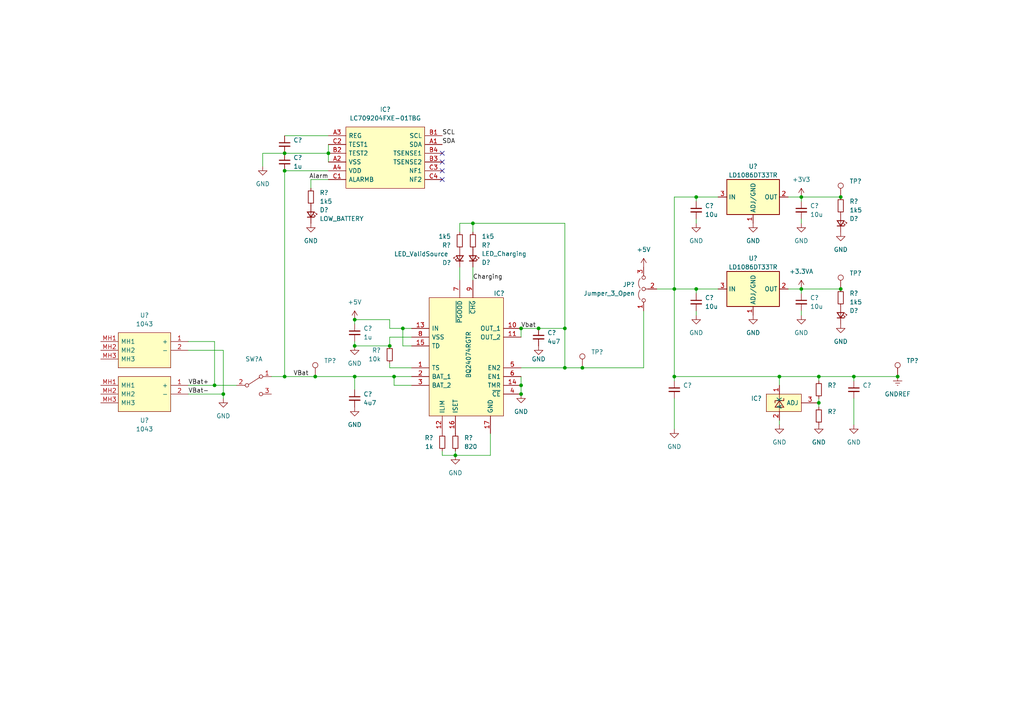
<source format=kicad_sch>
(kicad_sch (version 20211123) (generator eeschema)
  (paper "A4")
  (lib_symbols
    (symbol "Connector:TestPoint" (pin_numbers hide) (pin_names (offset 0.762) hide)
      (property "Reference" "TP" (at 0 6.858 0))
      (property "Value" "TestPoint" (at 0 5.08 0))
      (symbol "TestPoint_0_1"
        (circle (center 0 3.302) (radius 0.762))
      )
      (symbol "TestPoint_1_1"
        (pin passive line (at 0 0 90) (length 2.54) (name "1") (number "1"))
      )
    )
    (symbol "Device:C_Small" (pin_numbers hide) (pin_names (offset 0.254) hide)
      (property "Reference" "C" (at 0.254 1.778 0))
      (property "Value" "C_Small" (at 0.254 -2.032 0))
      (symbol "C_Small_0_1"
        (polyline (pts (xy -1.524 -0.508) (xy 1.524 -0.508)) (stroke (width 0.3302)))
        (polyline (pts (xy -1.524 0.508) (xy 1.524 0.508)) (stroke (width 0.3048)))
      )
      (symbol "C_Small_1_1"
        (pin passive line (at 0 2.54 270) (length 2.032) (name "~") (number "1"))
        (pin passive line (at 0 -2.54 90) (length 2.032) (name "~") (number "2"))
      )
    )
    (symbol "Device:LED_Small" (pin_numbers hide) (pin_names (offset 0.254) hide)
      (property "Reference" "D" (at -1.27 3.175 0))
      (property "Value" "LED_Small" (at -4.445 -2.54 0))
      (symbol "LED_Small_0_1"
        (polyline (pts (xy -0.762 -1.016) (xy -0.762 1.016)) (stroke (width 0.254)))
        (polyline (pts (xy 1.016 0) (xy -0.762 0)))
        (polyline (pts (xy 0.762 -1.016) (xy -0.762 0) (xy 0.762 1.016) (xy 0.762 -1.016)) (stroke (width 0.254)))
        (polyline (pts (xy 0 0.762) (xy -0.508 1.27) (xy -0.254 1.27) (xy -0.508 1.27) (xy -0.508 1.016)))
        (polyline (pts (xy 0.508 1.27) (xy 0 1.778) (xy 0.254 1.778) (xy 0 1.778) (xy 0 1.524)))
      )
      (symbol "LED_Small_1_1"
        (pin passive line (at -2.54 0 0) (length 1.778) (name "K") (number "1"))
        (pin passive line (at 2.54 0 180) (length 1.778) (name "A") (number "2"))
      )
    )
    (symbol "Device:R_Small" (pin_numbers hide) (pin_names (offset 0.254) hide)
      (property "Reference" "R" (at 0.762 0.508 0))
      (property "Value" "R_Small" (at 0.762 -1.016 0))
      (symbol "R_Small_0_1"
        (rectangle (start -0.762 1.778) (end 0.762 -1.778) (stroke (width 0.2032)))
      )
      (symbol "R_Small_1_1"
        (pin passive line (at 0 2.54 270) (length 0.762) (name "~") (number "1"))
        (pin passive line (at 0 -2.54 90) (length 0.762) (name "~") (number "2"))
      )
    )
    (symbol "Jumper:Jumper_3_Open" (pin_names (offset 0) hide)
      (property "Reference" "JP" (at -2.54 -2.54 0))
      (property "Value" "Jumper_3_Open" (at 0 2.794 0))
      (symbol "Jumper_3_Open_0_0"
        (circle (center -3.302 0) (radius 0.508))
        (circle (center 0 0) (radius 0.508))
        (circle (center 3.302 0) (radius 0.508))
      )
      (symbol "Jumper_3_Open_0_1"
        (arc (start -0.254 1.016) (mid -1.651 1.4992) (end -3.048 1.016))
        (polyline (pts (xy 0 -0.508) (xy 0 -1.27)))
        (arc (start 3.048 1.016) (mid 1.651 1.4992) (end 0.254 1.016))
      )
      (symbol "Jumper_3_Open_1_1"
        (pin passive line (at -6.35 0 0) (length 2.54) (name "A") (number "1"))
        (pin passive line (at 0 -3.81 90) (length 2.54) (name "C") (number "2"))
        (pin passive line (at 6.35 0 180) (length 2.54) (name "B") (number "3"))
      )
    )
    (symbol "Regulator_Linear:LD1086DT33TR"
      (property "Reference" "U" (at 0 10.16 0))
      (property "Value" "LD1086DT33TR" (at 0 7.62 0))
      (symbol "LD1086DT33TR_1_1"
        (rectangle (start -7.62 -5.08) (end 7.62 5.08) (stroke (width 0.254)) (fill (type background)))
        (pin input line (at 0 -7.62 90) (length 2.54) (name "ADJ/GND") (number "1"))
        (pin power_out line (at 10.16 0 180) (length 2.54) (name "OUT") (number "2"))
        (pin power_in line (at -10.16 0 0) (length 2.54) (name "IN") (number "3"))
      )
    )
    (symbol "Switch:SW_DPDT_x2" (pin_names (offset 0) hide)
      (property "Reference" "SW" (at 0 4.318 0))
      (property "Value" "SW_DPDT_x2" (at 0 -5.08 0))
      (symbol "SW_DPDT_x2_0_0"
        (circle (center -2.032 0) (radius 0.508))
        (circle (center 2.032 -2.54) (radius 0.508))
      )
      (symbol "SW_DPDT_x2_0_1"
        (polyline (pts (xy -1.524 0.254) (xy 1.651 2.286)))
        (circle (center 2.032 2.54) (radius 0.508))
      )
      (symbol "SW_DPDT_x2_1_1"
        (pin passive line (at 5.08 2.54 180) (length 2.54) (name "A") (number "1"))
        (pin passive line (at -5.08 0 0) (length 2.54) (name "B") (number "2"))
        (pin passive line (at 5.08 -2.54 180) (length 2.54) (name "C") (number "3"))
      )
      (symbol "SW_DPDT_x2_2_1"
        (pin passive line (at 5.08 2.54 180) (length 2.54) (name "A") (number "4"))
        (pin passive line (at -5.08 0 0) (length 2.54) (name "B") (number "5"))
        (pin passive line (at 5.08 -2.54 180) (length 2.54) (name "C") (number "6"))
      )
    )
    (symbol "power:+3.3V" (power) (pin_names (offset 0))
      (property "Value" "+3.3V" (at 0 3.556 0))
      (symbol "+3.3V_0_1"
        (polyline (pts (xy -0.762 1.27) (xy 0 2.54)))
        (polyline (pts (xy 0 0) (xy 0 2.54)))
        (polyline (pts (xy 0 2.54) (xy 0.762 1.27)))
      )
      (symbol "+3.3V_1_1"
        (pin power_in line (at 0 0 90) (length 0) hide (name "+3V3") (number "1"))
      )
    )
    (symbol "power:+3.3VA" (power) (pin_names (offset 0))
      (property "Value" "+3.3VA" (at 0 3.556 0))
      (symbol "+3.3VA_0_1"
        (polyline (pts (xy -0.762 1.27) (xy 0 2.54)))
        (polyline (pts (xy 0 0) (xy 0 2.54)))
        (polyline (pts (xy 0 2.54) (xy 0.762 1.27)))
      )
      (symbol "+3.3VA_1_1"
        (pin power_in line (at 0 0 90) (length 0) hide (name "+3.3VA") (number "1"))
      )
    )
    (symbol "power:+5V" (power) (pin_names (offset 0))
      (property "Value" "+5V" (at 0 3.556 0))
      (symbol "+5V_0_1"
        (polyline (pts (xy -0.762 1.27) (xy 0 2.54)))
        (polyline (pts (xy 0 0) (xy 0 2.54)))
        (polyline (pts (xy 0 2.54) (xy 0.762 1.27)))
      )
      (symbol "+5V_1_1"
        (pin power_in line (at 0 0 90) (length 0) hide (name "+5V") (number "1"))
      )
    )
    (symbol "power:GND" (power) (pin_names (offset 0))
      (property "Value" "GND" (at 0 -3.81 0))
      (symbol "GND_0_1"
        (polyline (pts (xy 0 0) (xy 0 -1.27) (xy 1.27 -1.27) (xy 0 -2.54) (xy -1.27 -1.27) (xy 0 -1.27)))
      )
      (symbol "GND_1_1"
        (pin power_in line (at 0 0 270) (length 0) hide (name "GND") (number "1"))
      )
    )
    (symbol "power:GNDREF" (power) (pin_names (offset 0))
      (property "Value" "GNDREF" (at 0 -3.81 0))
      (symbol "GNDREF_0_1"
        (polyline (pts (xy -0.635 -1.905) (xy 0.635 -1.905)))
        (polyline (pts (xy -0.127 -2.54) (xy 0.127 -2.54)))
        (polyline (pts (xy 0 -1.27) (xy 0 0)))
        (polyline (pts (xy 1.27 -1.27) (xy -1.27 -1.27)))
      )
      (symbol "GNDREF_1_1"
        (pin power_in line (at 0 0 270) (length 0) hide (name "GNDREF") (number "1"))
      )
    )
    (symbol "project_library:1043" (pin_names (offset 0.762))
      (property "Reference" "U" (at 21.59 7.62 0))
      (property "Value" "1043" (at 21.59 5.08 0))
      (symbol "1043_0_0"
        (pin passive line (at 0 0 0) (length 5.08) (name "+") (number "1"))
        (pin passive line (at 0 -2.54 0) (length 5.08) (name "-") (number "2"))
        (pin free line (at 25.4 0 180) (length 5.08) (name "MH1") (number "MH1"))
        (pin free line (at 25.4 -2.54 180) (length 5.08) (name "MH2") (number "MH2"))
        (pin free line (at 25.4 -5.08 180) (length 5.08) (name "MH3") (number "MH3"))
      )
      (symbol "1043_0_1"
        (polyline (pts (xy 5.08 2.54) (xy 20.32 2.54) (xy 20.32 -7.62) (xy 5.08 -7.62) (xy 5.08 2.54)) (stroke (width 0.1524)) (fill (type background)))
      )
    )
    (symbol "project_library:BQ24074RGTR" (pin_names (offset 0.762))
      (property "Reference" "IC1" (at 24.13 11.43 0))
      (property "Value" "BQ24074RGTR" (at 15.24 -6.35 90))
      (symbol "BQ24074RGTR_0_0"
        (pin passive line (at -1.27 -10.16 0) (length 5.08) (name "TS") (number "1"))
        (pin passive line (at 30.48 1.27 180) (length 5.08) (name "OUT_1") (number "10"))
        (pin passive line (at 30.48 -1.27 180) (length 5.08) (name "OUT_2") (number "11"))
        (pin passive line (at 7.62 -29.21 90) (length 5.08) (name "ILIM") (number "12"))
        (pin passive line (at -1.27 1.27 0) (length 5.08) (name "IN") (number "13"))
        (pin passive line (at 30.48 -15.24 180) (length 5.08) (name "TMR") (number "14"))
        (pin passive line (at -1.27 -3.81 0) (length 5.08) (name "TD") (number "15"))
        (pin passive line (at 11.43 -29.21 90) (length 5.08) (name "ISET") (number "16"))
        (pin passive line (at 21.59 -29.21 90) (length 5.08) (name "GND") (number "17"))
        (pin passive line (at -1.27 -12.7 0) (length 5.08) (name "BAT_1") (number "2"))
        (pin passive line (at -1.27 -15.24 0) (length 5.08) (name "BAT_2") (number "3"))
        (pin passive line (at 30.48 -17.78 180) (length 5.08) (name "~{CE}") (number "4"))
        (pin passive line (at 30.48 -10.16 180) (length 5.08) (name "EN2") (number "5"))
        (pin passive line (at 30.48 -12.7 180) (length 5.08) (name "EN1") (number "6"))
        (pin passive line (at 12.7 15.24 270) (length 5.08) (name "~{PGOOD}") (number "7"))
        (pin passive line (at -1.27 -1.27 0) (length 5.08) (name "VSS") (number "8"))
        (pin passive line (at 16.51 15.24 270) (length 5.08) (name "~{CHG}") (number "9"))
      )
      (symbol "BQ24074RGTR_0_1"
        (polyline (pts (xy 3.81 10.16) (xy 25.4 10.16) (xy 25.4 -24.13) (xy 3.81 -24.13) (xy 3.81 10.16)) (stroke (width 0.1524)) (fill (type background)))
      )
    )
    (symbol "project_library:LC709204FXE-01TBG" (pin_names (offset 0.762))
      (property "Reference" "IC?" (at 16.51 7.62 0))
      (property "Value" "LC709204FXE-01TBG" (at 16.51 5.08 0))
      (symbol "LC709204FXE-01TBG_0_0"
        (pin passive line (at 33.02 -2.54 180) (length 5.08) (name "SDA") (number "A1"))
        (pin passive line (at 0 -7.62 0) (length 5.08) (name "VSS") (number "A2"))
        (pin passive line (at 0 0 0) (length 5.08) (name "REG") (number "A3"))
        (pin passive line (at 0 -10.16 0) (length 5.08) (name "VDD") (number "A4"))
        (pin passive line (at 33.02 0 180) (length 5.08) (name "SCL") (number "B1"))
        (pin passive line (at 0 -5.08 0) (length 5.08) (name "TEST2") (number "B2"))
        (pin passive line (at 33.02 -7.62 180) (length 5.08) (name "TSENSE2") (number "B3"))
        (pin passive line (at 33.02 -5.08 180) (length 5.08) (name "TSENSE1") (number "B4"))
        (pin passive line (at 0 -12.7 0) (length 5.08) (name "ALARMB") (number "C1"))
        (pin passive line (at 0 -2.54 0) (length 5.08) (name "TEST1") (number "C2"))
        (pin passive line (at 33.02 -10.16 180) (length 5.08) (name "NF1") (number "C3"))
        (pin passive line (at 33.02 -12.7 180) (length 5.08) (name "NF2") (number "C4"))
      )
      (symbol "LC709204FXE-01TBG_0_1"
        (polyline (pts (xy 5.08 2.54) (xy 27.94 2.54) (xy 27.94 -15.24) (xy 5.08 -15.24) (xy 5.08 2.54)) (stroke (width 0.1524)) (fill (type background)))
      )
    )
    (symbol "project_library:LM4041CEM3-ADJ_NOPB" (pin_names (offset 0.762))
      (property "Reference" "IC" (at 26.67 7.62 0))
      (property "Value" "LM4041CEM3-ADJ_NOPB" (at 26.67 5.08 0))
      (symbol "LM4041CEM3-ADJ_NOPB_0_0"
        (pin passive line (at 22.86 0 180) (length 5.08) (name "ADJ") (number "3"))
      )
      (symbol "LM4041CEM3-ADJ_NOPB_0_1"
        (polyline (pts (xy 11.43 -2.54) (xy 11.43 1.27) (xy 11.43 2.54)))
        (polyline (pts (xy 12.7 -1.27) (xy 11.43 0.635) (xy 10.16 -1.27) (xy 12.7 -1.27)) (stroke (width 0.2032)))
        (polyline (pts (xy 12.7 1.27) (xy 12.7 0.635) (xy 10.16 0.635) (xy 10.16 0)) (stroke (width 0.2032)))
        (polyline (pts (xy 7.62 2.54) (xy 17.78 2.54) (xy 17.78 -2.54) (xy 7.62 -2.54) (xy 7.62 2.54)) (stroke (width 0.1524)) (fill (type background)))
      )
      (symbol "LM4041CEM3-ADJ_NOPB_1_1"
        (pin passive line (at 11.43 5.08 270) (length 2.54) (name "K") (number "1"))
        (pin passive line (at 11.43 -5.08 90) (length 2.54) (name "A") (number "2"))
      )
    )
  )
  (junction (at 243.84 57.15))
  (junction (at 247.65 109.22))
  (junction (at 95.25 44.45))
  (junction (at 91.44 109.22))
  (junction (at 64.77 114.3))
  (junction (at 82.55 44.45))
  (junction (at 114.3 109.22))
  (junction (at 151.13 111.76))
  (junction (at 163.83 106.68))
  (junction (at 237.49 116.84))
  (junction (at 137.16 64.77))
  (junction (at 163.83 95.25))
  (junction (at 168.91 106.68))
  (junction (at 102.87 92.71))
  (junction (at 232.41 83.82))
  (junction (at 226.06 109.22))
  (junction (at 243.84 83.82))
  (junction (at 195.58 83.82))
  (junction (at 151.13 114.3))
  (junction (at 102.87 100.33))
  (junction (at 237.49 109.22))
  (junction (at 82.55 49.53))
  (junction (at 102.87 109.22))
  (junction (at 113.03 100.33))
  (junction (at 62.23 111.76))
  (junction (at 156.21 95.25))
  (junction (at 132.08 132.08))
  (junction (at 151.13 95.25))
  (junction (at 232.41 57.15))
  (junction (at 195.58 109.22))
  (junction (at 260.35 109.22))
  (junction (at 201.93 57.15))
  (junction (at 116.84 95.25))
  (junction (at 82.55 109.22))
  (junction (at 201.93 83.82))
  (no_connect (at 128.27 52.07))
  (no_connect (at 128.27 49.53))
  (no_connect (at 128.27 44.45))
  (no_connect (at 128.27 46.99))
  (wire (pts (xy 142.24 132.08) (xy 142.24 125.73)))
  (wire (pts (xy 232.41 83.82) (xy 232.41 85.09)))
  (wire (pts (xy 247.65 109.22) (xy 247.65 110.49)))
  (wire (pts (xy 113.03 92.71) (xy 102.87 92.71)))
  (wire (pts (xy 113.03 105.41) (xy 113.03 106.68)))
  (wire (pts (xy 195.58 83.82) (xy 201.93 83.82)))
  (wire (pts (xy 133.35 77.47) (xy 133.35 81.28)))
  (wire (pts (xy 133.35 64.77) (xy 137.16 64.77)))
  (wire (pts (xy 91.44 109.22) (xy 102.87 109.22)))
  (wire (pts (xy 163.83 95.25) (xy 163.83 106.68)))
  (wire (pts (xy 226.06 109.22) (xy 237.49 109.22)))
  (wire (pts (xy 114.3 111.76) (xy 119.38 111.76)))
  (wire (pts (xy 116.84 95.25) (xy 119.38 95.25)))
  (wire (pts (xy 151.13 109.22) (xy 151.13 111.76)))
  (wire (pts (xy 201.93 64.77) (xy 201.93 63.5)))
  (wire (pts (xy 102.87 109.22) (xy 114.3 109.22)))
  (wire (pts (xy 82.55 49.53) (xy 82.55 109.22)))
  (wire (pts (xy 168.91 106.68) (xy 186.69 106.68)))
  (wire (pts (xy 186.69 106.68) (xy 186.69 90.17)))
  (wire (pts (xy 232.41 91.44) (xy 232.41 90.17)))
  (wire (pts (xy 90.17 52.07) (xy 90.17 54.61)))
  (wire (pts (xy 78.74 109.22) (xy 82.55 109.22)))
  (wire (pts (xy 95.25 44.45) (xy 95.25 46.99)))
  (wire (pts (xy 128.27 132.08) (xy 132.08 132.08)))
  (wire (pts (xy 119.38 100.33) (xy 116.84 100.33)))
  (wire (pts (xy 113.03 100.33) (xy 113.03 97.79)))
  (wire (pts (xy 62.23 99.06) (xy 62.23 111.76)))
  (wire (pts (xy 247.65 123.19) (xy 247.65 115.57)))
  (wire (pts (xy 102.87 92.71) (xy 102.87 93.98)))
  (wire (pts (xy 163.83 106.68) (xy 168.91 106.68)))
  (wire (pts (xy 201.93 83.82) (xy 201.93 85.09)))
  (wire (pts (xy 137.16 64.77) (xy 137.16 67.31)))
  (wire (pts (xy 226.06 121.92) (xy 226.06 123.19)))
  (wire (pts (xy 82.55 39.37) (xy 95.25 39.37)))
  (wire (pts (xy 82.55 109.22) (xy 91.44 109.22)))
  (wire (pts (xy 62.23 99.06) (xy 54.61 99.06)))
  (wire (pts (xy 76.2 44.45) (xy 76.2 48.26)))
  (wire (pts (xy 114.3 109.22) (xy 114.3 111.76)))
  (wire (pts (xy 195.58 109.22) (xy 195.58 110.49)))
  (wire (pts (xy 137.16 64.77) (xy 163.83 64.77)))
  (wire (pts (xy 195.58 124.46) (xy 195.58 115.57)))
  (wire (pts (xy 76.2 44.45) (xy 82.55 44.45)))
  (wire (pts (xy 195.58 57.15) (xy 195.58 83.82)))
  (wire (pts (xy 64.77 101.6) (xy 64.77 114.3)))
  (wire (pts (xy 137.16 77.47) (xy 137.16 81.28)))
  (wire (pts (xy 226.06 109.22) (xy 226.06 111.76)))
  (wire (pts (xy 232.41 57.15) (xy 243.84 57.15)))
  (wire (pts (xy 232.41 83.82) (xy 243.84 83.82)))
  (wire (pts (xy 237.49 110.49) (xy 237.49 109.22)))
  (wire (pts (xy 237.49 115.57) (xy 237.49 116.84)))
  (wire (pts (xy 228.6 57.15) (xy 232.41 57.15)))
  (wire (pts (xy 228.6 83.82) (xy 232.41 83.82)))
  (wire (pts (xy 237.49 109.22) (xy 247.65 109.22)))
  (wire (pts (xy 64.77 114.3) (xy 64.77 115.57)))
  (wire (pts (xy 116.84 95.25) (xy 116.84 100.33)))
  (wire (pts (xy 114.3 109.22) (xy 119.38 109.22)))
  (wire (pts (xy 163.83 106.68) (xy 151.13 106.68)))
  (wire (pts (xy 237.49 116.84) (xy 237.49 118.11)))
  (wire (pts (xy 151.13 95.25) (xy 156.21 95.25)))
  (wire (pts (xy 54.61 101.6) (xy 64.77 101.6)))
  (wire (pts (xy 95.25 41.91) (xy 95.25 44.45)))
  (wire (pts (xy 62.23 111.76) (xy 54.61 111.76)))
  (wire (pts (xy 95.25 52.07) (xy 90.17 52.07)))
  (wire (pts (xy 190.5 83.82) (xy 195.58 83.82)))
  (wire (pts (xy 232.41 64.77) (xy 232.41 63.5)))
  (wire (pts (xy 132.08 130.81) (xy 132.08 132.08)))
  (wire (pts (xy 208.28 57.15) (xy 201.93 57.15)))
  (wire (pts (xy 156.21 95.25) (xy 163.83 95.25)))
  (wire (pts (xy 260.35 109.22) (xy 247.65 109.22)))
  (wire (pts (xy 163.83 64.77) (xy 163.83 95.25)))
  (wire (pts (xy 132.08 132.08) (xy 142.24 132.08)))
  (wire (pts (xy 82.55 49.53) (xy 95.25 49.53)))
  (wire (pts (xy 128.27 130.81) (xy 128.27 132.08)))
  (wire (pts (xy 82.55 44.45) (xy 95.25 44.45)))
  (wire (pts (xy 54.61 114.3) (xy 64.77 114.3)))
  (wire (pts (xy 133.35 64.77) (xy 133.35 67.31)))
  (wire (pts (xy 195.58 83.82) (xy 195.58 109.22)))
  (wire (pts (xy 232.41 57.15) (xy 232.41 58.42)))
  (wire (pts (xy 113.03 97.79) (xy 119.38 97.79)))
  (wire (pts (xy 201.93 57.15) (xy 195.58 57.15)))
  (wire (pts (xy 201.93 91.44) (xy 201.93 90.17)))
  (wire (pts (xy 102.87 99.06) (xy 102.87 100.33)))
  (wire (pts (xy 151.13 111.76) (xy 151.13 114.3)))
  (wire (pts (xy 201.93 57.15) (xy 201.93 58.42)))
  (wire (pts (xy 226.06 109.22) (xy 195.58 109.22)))
  (wire (pts (xy 62.23 111.76) (xy 68.58 111.76)))
  (wire (pts (xy 102.87 100.33) (xy 113.03 100.33)))
  (wire (pts (xy 151.13 95.25) (xy 151.13 97.79)))
  (wire (pts (xy 119.38 106.68) (xy 113.03 106.68)))
  (wire (pts (xy 102.87 109.22) (xy 102.87 113.03)))
  (wire (pts (xy 208.28 83.82) (xy 201.93 83.82)))
  (wire (pts (xy 113.03 95.25) (xy 116.84 95.25)))
  (wire (pts (xy 113.03 95.25) (xy 113.03 92.71)))
  (label "SCL" (at 128.27 39.37 0))
  (label "Vbat" (at 151.13 95.25 0))
  (label "SDA" (at 128.27 41.91 0))
  (label "VBat-" (at 54.61 114.3 0))
  (label "VBat+" (at 54.61 111.76 0))
  (label "VBat" (at 85.09 109.22 0))
  (label "Alarm" (at 95.25 52.07 180))
  (label "Charging" (at 137.16 81.28 0))
  (symbol (lib_id "power:GND") (at 226.06 123.19 0) (unit 1)
    (property "Reference" "#PWR?" (effects hide))
    (property "Value" "GND" (at 226.06 128.27 0))
  )
  (symbol (lib_id "power:GND") (at 156.21 100.33 0) (unit 1)
    (property "Reference" "#PWR?" (effects hide))
    (property "Value" "GND" (at 156.21 104.14 0))
  )
  (symbol (lib_id "project_library:LM4041CEM3-ADJ_NOPB") (at 214.63 116.84 0) (unit 1)
    (property "Reference" "IC?" (at 220.98 115.5699 0) (effects (justify right)))
    (property "Datasheet" "http://www.ti.com/lit/gpn/lm4041-n" (effects hide))
    (property "Description" "Texas Instruments LM4041CEM3-ADJ/NOPB, Shunt Voltage Reference 1.233V, 0.5%, 3-Pin SOT-23" (effects hide))
    (property "Height" "1.12" (effects hide))
    (property "Mouser Part Number" "926-LM4041CEM3ADJNPB" (effects hide))
    (property "Mouser Price/Stock" "https://www.mouser.co.uk/ProductDetail/Texas-Instruments/LM4041CEM3-ADJ-NOPB?qs=QbsRYf82W3Gxzu6%2FQ5A9VQ%3D%3D" (effects hide))
    (property "Manufacturer_Name" "Texas Instruments" (effects hide))
    (property "Manufacturer_Part_Number" "LM4041CEM3-ADJ/NOPB" (effects hide))
  )
  (symbol (lib_id "power:GND") (at 243.84 67.31 0) (unit 1)
    (property "Reference" "#PWR?" (effects hide))
    (property "Value" "GND" (at 243.84 72.39 0))
  )
  (symbol (lib_id "power:GND") (at 237.49 123.19 0) (unit 1)
    (property "Reference" "#PWR?" (effects hide))
    (property "Value" "GND" (at 237.49 128.27 0))
  )
  (symbol (lib_id "Device:C_Small") (at 156.21 97.79 0) (unit 1)
    (property "Reference" "C?" (at 158.75 96.5262 0) (effects (justify left)))
    (property "Value" "4u7" (at 158.75 99.0662 0) (effects (justify left)))
    (property "Footprint" "Capacitor_SMD:C_0805_2012Metric_Pad1.18x1.45mm_HandSolder" (effects hide))
  )
  (symbol (lib_id "Device:R_Small") (at 243.84 59.69 0) (mirror x) (unit 1)
    (property "Reference" "R?" (at 246.38 58.42 0) (effects (justify left)))
    (property "Value" "1k5" (at 246.38 60.96 0) (effects (justify left)))
    (property "Footprint" "Resistor_SMD:R_0805_2012Metric_Pad1.20x1.40mm_HandSolder" (effects hide))
  )
  (symbol (lib_id "Device:C_Small") (at 201.93 60.96 0) (unit 1)
    (property "Reference" "C?" (at 204.47 59.6962 0) (effects (justify left)))
    (property "Value" "10u" (at 204.47 62.2362 0) (effects (justify left)))
    (property "Footprint" "Capacitor_SMD:C_0805_2012Metric_Pad1.18x1.45mm_HandSolder" (effects hide))
  )
  (symbol (lib_id "Device:R_Small") (at 132.08 128.27 0) (unit 1)
    (property "Reference" "R?" (at 134.62 127 0) (effects (justify left)))
    (property "Value" "820" (at 134.62 129.54 0) (effects (justify left)))
    (property "Footprint" "Resistor_SMD:R_0805_2012Metric_Pad1.20x1.40mm_HandSolder" (effects hide))
  )
  (symbol (lib_id "power:GND") (at 232.41 64.77 0) (unit 1)
    (property "Reference" "#PWR?" (effects hide))
    (property "Value" "GND" (at 232.41 69.85 0))
  )
  (symbol (lib_id "Device:C_Small") (at 232.41 87.63 0) (unit 1)
    (property "Reference" "C?" (at 234.95 86.3662 0) (effects (justify left)))
    (property "Value" "10u" (at 234.95 88.9062 0) (effects (justify left)))
    (property "Footprint" "Capacitor_SMD:C_0805_2012Metric_Pad1.18x1.45mm_HandSolder" (effects hide))
  )
  (symbol (lib_id "power:GNDREF") (at 260.35 109.22 0) (unit 1)
    (property "Reference" "#PWR?" (effects hide))
  )
  (symbol (lib_id "Connector:TestPoint") (at 243.84 57.15 0) (unit 1)
    (property "Reference" "TP?" (at 246.38 52.5779 0) (effects (justify left)))
  )
  (symbol (lib_id "power:GND") (at 151.13 114.3 0) (unit 1)
    (property "Reference" "#PWR?" (effects hide))
    (property "Value" "GND" (at 151.13 119.38 0))
  )
  (symbol (lib_id "power:GND") (at 90.17 64.77 0) (unit 1)
    (property "Reference" "#PWR?" (effects hide))
    (property "Value" "GND" (at 90.17 69.85 0))
  )
  (symbol (lib_id "Device:R_Small") (at 137.16 69.85 0) (mirror x) (unit 1)
    (property "Reference" "R?" (at 139.7 71.1201 0) (effects (justify left)))
    (property "Value" "1k5" (at 139.7 68.5801 0) (effects (justify left)))
    (property "Footprint" "Resistor_SMD:R_0805_2012Metric_Pad1.20x1.40mm_HandSolder" (effects hide))
  )
  (symbol (lib_id "Connector:TestPoint") (at 91.44 109.22 0) (unit 1)
    (property "Reference" "TP?" (at 93.98 104.6479 0) (effects (justify left)))
  )
  (symbol (lib_id "Device:C_Small") (at 82.55 46.99 0) (unit 1)
    (property "Reference" "C?" (at 85.09 45.7262 0) (effects (justify left)))
    (property "Value" "1u" (at 85.09 48.2662 0) (effects (justify left)))
    (property "Footprint" "Capacitor_SMD:C_0805_2012Metric_Pad1.18x1.45mm_HandSolder" (effects hide))
  )
  (symbol (lib_id "Connector:TestPoint") (at 168.91 106.68 0) (unit 1)
    (property "Reference" "TP?" (at 171.45 102.1079 0) (effects (justify left)))
  )
  (symbol (lib_id "power:+3.3V") (at 232.41 57.15 0) (unit 1)
    (property "Reference" "#PWR?" (effects hide))
    (property "Value" "+3.3V" (at 232.41 52.07 0))
  )
  (symbol (lib_id "power:GND") (at 195.58 124.46 0) (unit 1)
    (property "Reference" "#PWR?" (effects hide))
    (property "Value" "GND" (at 195.58 129.54 0))
  )
  (symbol (lib_id "power:GND") (at 218.44 91.44 0) (unit 1)
    (property "Reference" "#PWR?" (effects hide))
    (property "Value" "GND" (at 218.44 96.52 0))
  )
  (symbol (lib_id "power:GND") (at 64.77 115.57 0) (unit 1)
    (property "Reference" "#PWR?" (effects hide))
    (property "Value" "GND" (at 64.77 120.65 0))
  )
  (symbol (lib_id "Device:R_Small") (at 90.17 57.15 0) (mirror x) (unit 1)
    (property "Reference" "R?" (at 92.71 55.88 0) (effects (justify left)))
    (property "Value" "1k5" (at 92.71 58.42 0) (effects (justify left)))
    (property "Footprint" "Resistor_SMD:R_0805_2012Metric_Pad1.20x1.40mm_HandSolder" (effects hide))
  )
  (symbol (lib_id "Device:LED_Small") (at 243.84 64.77 270) (mirror x) (unit 1)
    (property "Reference" "D?" (at 246.38 63.4364 90) (effects (justify left)))
    (property "Footprint" "LED_SMD:LED_0805_2012Metric_Pad1.15x1.40mm_HandSolder" (effects hide))
  )
  (symbol (lib_id "power:GND") (at 132.08 132.08 0) (unit 1)
    (property "Reference" "#PWR?" (effects hide))
    (property "Value" "GND" (at 132.08 137.16 0))
  )
  (symbol (lib_id "Connector:TestPoint") (at 243.84 83.82 0) (unit 1)
    (property "Reference" "TP?" (at 246.38 79.2479 0) (effects (justify left)))
  )
  (symbol (lib_id "power:GND") (at 76.2 48.26 0) (unit 1)
    (property "Reference" "#PWR?" (effects hide))
  )
  (symbol (lib_id "Device:R_Small") (at 237.49 120.65 0) (unit 1)
    (property "Reference" "R?" (at 240.03 119.3799 0) (effects (justify left)))
    (property "Footprint" "Resistor_SMD:R_0805_2012Metric_Pad1.20x1.40mm_HandSolder" (effects hide))
  )
  (symbol (lib_id "Switch:SW_DPDT_x2") (at 73.66 111.76 0) (unit 1)
    (property "Reference" "SW?" (at 73.66 104.14 0))
  )
  (symbol (lib_id "Jumper:Jumper_3_Open") (at 186.69 83.82 90) (unit 1)
    (property "Reference" "JP?" (at 184.15 82.5499 90) (effects (justify left)))
    (property "Value" "Jumper_3_Open" (at 184.15 85.0899 90) (effects (justify left)))
    (property "Footprint" "Connector_PinHeader_2.54mm:PinHeader_1x03_P2.54mm_Vertical" (effects hide))
  )
  (symbol (lib_id "power:GND") (at 102.87 100.33 0) (unit 1)
    (property "Reference" "#PWR?" (effects hide))
    (property "Value" "GND" (at 102.87 105.41 0))
  )
  (symbol (lib_id "Device:C_Small") (at 232.41 60.96 0) (unit 1)
    (property "Reference" "C?" (at 234.95 59.6962 0) (effects (justify left)))
    (property "Value" "10u" (at 234.95 62.2362 0) (effects (justify left)))
    (property "Footprint" "Capacitor_SMD:C_0805_2012Metric_Pad1.18x1.45mm_HandSolder" (effects hide))
  )
  (symbol (lib_id "Device:C_Small") (at 102.87 115.57 0) (unit 1)
    (property "Reference" "C?" (at 105.41 114.3062 0) (effects (justify left)))
    (property "Value" "4u7" (at 105.41 116.8462 0) (effects (justify left)))
    (property "Footprint" "Capacitor_SMD:C_0805_2012Metric_Pad1.18x1.45mm_HandSolder" (effects hide))
  )
  (symbol (lib_id "power:GND") (at 102.87 118.11 0) (unit 1)
    (property "Reference" "#PWR?" (effects hide))
    (property "Value" "GND" (at 102.87 123.19 0))
  )
  (symbol (lib_id "power:GND") (at 247.65 123.19 0) (unit 1)
    (property "Reference" "#PWR?" (effects hide))
    (property "Value" "GND" (at 247.65 128.27 0))
  )
  (symbol (lib_id "power:+5V") (at 186.69 77.47 0) (unit 1)
    (property "Reference" "#PWR?" (effects hide))
    (property "Value" "+5V" (at 186.69 72.39 0))
  )
  (symbol (lib_id "Device:R_Small") (at 237.49 113.03 0) (unit 1)
    (property "Reference" "R?" (at 240.03 111.7599 0) (effects (justify left)))
    (property "Footprint" "Resistor_SMD:R_0805_2012Metric_Pad1.20x1.40mm_HandSolder" (effects hide))
  )
  (symbol (lib_id "Regulator_Linear:LD1086DT33TR") (at 218.44 83.82 0) (unit 1)
    (property "Reference" "U?" (at 218.44 74.93 0))
    (property "Value" "LD1086DT33TR" (at 218.44 77.47 0))
    (property "Footprint" "Package_TO_SOT_SMD:TO-252-2" (effects hide))
    (property "Datasheet" "https://www.st.com/resource/en/datasheet/ld1086.pdf" (effects hide))
  )
  (symbol (lib_id "project_library:1043") (at 54.61 111.76 0) (mirror y) (unit 1)
    (property "Reference" "U?" (at 41.91 121.92 0))
    (property "Value" "1043" (at 41.91 124.46 0))
    (property "Footprint" "project_library:1043" (effects hide))
    (property "Datasheet" "http://www.keyelco.com/product-pdf.cfm?p=919" (effects hide))
    (property "Description" "KEYSTONE - 1043 - BATTERY HOLDER, 18650, TH" (effects hide))
    (property "Height" "14.86" (effects hide))
    (property "Mouser Part Number" "534-1043" (effects hide))
    (property "Mouser Price/Stock" "https://www.mouser.co.uk/ProductDetail/Keystone-Electronics/1043?qs=%2F7TOpeL5Mz6j%2FnxeOA1rsg%3D%3D" (effects hide))
    (property "Manufacturer_Name" "Keystone Electronics" (effects hide))
    (property "Manufacturer_Part_Number" "1043" (effects hide))
  )
  (symbol (lib_id "Device:R_Small") (at 133.35 69.85 180) (unit 1)
    (property "Reference" "R?" (at 130.81 71.1201 0) (effects (justify left)))
    (property "Value" "1k5" (at 130.81 68.5801 0) (effects (justify left)))
    (property "Footprint" "Resistor_SMD:R_0805_2012Metric_Pad1.20x1.40mm_HandSolder" (effects hide))
  )
  (symbol (lib_id "power:GND") (at 201.93 91.44 0) (unit 1)
    (property "Reference" "#PWR?" (effects hide))
    (property "Value" "GND" (at 201.93 96.52 0))
  )
  (symbol (lib_id "Device:C_Small") (at 201.93 87.63 0) (unit 1)
    (property "Reference" "C?" (at 204.47 86.3662 0) (effects (justify left)))
    (property "Value" "10u" (at 204.47 88.9062 0) (effects (justify left)))
    (property "Footprint" "Capacitor_SMD:C_0805_2012Metric_Pad1.18x1.45mm_HandSolder" (effects hide))
  )
  (symbol (lib_id "Regulator_Linear:LD1086DT33TR") (at 218.44 57.15 0) (unit 1)
    (property "Reference" "U?" (at 218.44 48.26 0))
    (property "Value" "LD1086DT33TR" (at 218.44 50.8 0))
    (property "Footprint" "Package_TO_SOT_SMD:TO-252-2" (effects hide))
    (property "Datasheet" "https://www.st.com/resource/en/datasheet/ld1086.pdf" (effects hide))
  )
  (symbol (lib_id "power:GND") (at 201.93 64.77 0) (unit 1)
    (property "Reference" "#PWR?" (effects hide))
    (property "Value" "GND" (at 201.93 69.85 0))
  )
  (symbol (lib_id "Device:LED_Small") (at 133.35 74.93 90) (unit 1)
    (property "Reference" "D?" (at 128.27 76.2 90) (effects (justify right)))
    (property "Value" "LED_ValidSource" (at 114.3 73.66 90) (effects (justify right)))
    (property "Footprint" "LED_SMD:LED_0805_2012Metric_Pad1.15x1.40mm_HandSolder" (effects hide))
  )
  (symbol (lib_id "Device:C_Small") (at 102.87 96.52 0) (unit 1)
    (property "Reference" "C?" (at 105.41 95.2562 0) (effects (justify left)))
    (property "Value" "1u" (at 105.41 97.7962 0) (effects (justify left)))
    (property "Footprint" "Capacitor_SMD:C_0805_2012Metric_Pad1.18x1.45mm_HandSolder" (effects hide))
  )
  (symbol (lib_id "Device:LED_Small") (at 137.16 74.93 270) (mirror x) (unit 1)
    (property "Reference" "D?" (at 139.7 76.1366 90) (effects (justify left)))
    (property "Value" "LED_Charging" (at 139.7 73.5966 90) (effects (justify left)))
    (property "Footprint" "LED_SMD:LED_0805_2012Metric_Pad1.15x1.40mm_HandSolder" (effects hide))
  )
  (symbol (lib_id "Device:R_Small") (at 128.27 128.27 0) (mirror y) (unit 1)
    (property "Reference" "R?" (at 125.73 127 0) (effects (justify left)))
    (property "Value" "1k" (at 125.73 129.54 0) (effects (justify left)))
    (property "Footprint" "Resistor_SMD:R_0805_2012Metric_Pad1.20x1.40mm_HandSolder" (effects hide))
  )
  (symbol (lib_id "project_library:LC709204FXE-01TBG") (at 95.25 39.37 0) (unit 1)
    (property "Reference" "IC?" (at 111.76 31.75 0))
    (property "Value" "LC709204FXE-01TBG" (at 111.76 34.29 0))
    (property "Footprint" "BGA12C40P4X3_191X148X51" (effects hide))
    (property "Datasheet" "https://datasheet.datasheetarchive.com/originals/distributors/Datasheets_SAMA/fe717287e81a719257576d7f98eba387.pdf" (effects hide))
    (property "Description" "Battery Management FUEL GAUGE" (effects hide))
    (property "Height" "0.51" (effects hide))
    (property "Mouser Part Number" "863-LC709204FXE01TBG" (effects hide))
    (property "Mouser Price/Stock" "https://www.mouser.co.uk/ProductDetail/onsemi/LC709204FXE-01TBG?qs=xZ%2FP%252Ba9zWqZEcFBJqR18FQ%3D%3D" (effects hide))
    (property "Manufacturer_Name" "onsemi" (effects hide))
    (property "Manufacturer_Part_Number" "LC709204FXE-01TBG" (effects hide))
  )
  (symbol (lib_id "Device:C_Small") (at 195.58 113.03 0) (unit 1)
    (property "Reference" "C?" (at 198.12 111.7662 0) (effects (justify left)))
  )
  (symbol (lib_id "power:+5V") (at 102.87 92.71 0) (unit 1)
    (property "Reference" "#PWR?" (effects hide))
    (property "Value" "+5V" (at 102.87 87.63 0))
  )
  (symbol (lib_id "Device:C_Small") (at 82.55 41.91 0) (unit 1)
    (property "Reference" "C?" (at 85.09 40.6462 0) (effects (justify left)))
    (property "Footprint" "Capacitor_SMD:C_0805_2012Metric_Pad1.18x1.45mm_HandSolder" (effects hide))
  )
  (symbol (lib_id "project_library:BQ24074RGTR") (at 120.65 96.52 0) (unit 1)
    (property "Reference" "IC?" (at 144.78 85.09 0))
    (property "Value" "BQ24074RGTR" (at 135.89 102.87 90))
    (property "Footprint" "project_library:BQ24074RGTR" (effects hide))
    (property "Datasheet" "http://www.ti.com/lit/ds/symlink/bq24074.pdf" (effects hide))
    (property "Description" "USB-Friendly Li-Ion Battery Charger and Power-Path Management IC, 10.5V OVP" (effects hide))
    (property "Height" "1" (effects hide))
    (property "Mouser Part Number" "595-BQ24074RGTR" (effects hide))
    (property "Mouser Price/Stock" "https://www.mouser.co.uk/ProductDetail/Texas-Instruments/BQ24074RGTR?qs=ZV%2Fxhq4oszp2Nll7fIx5wg%3D%3D" (effects hide))
    (property "Manufacturer_Name" "Texas Instruments" (effects hide))
    (property "Manufacturer_Part_Number" "BQ24074RGTR" (effects hide))
  )
  (symbol (lib_id "power:GND") (at 218.44 64.77 0) (unit 1)
    (property "Reference" "#PWR?" (effects hide))
    (property "Value" "GND" (at 218.44 69.85 0))
  )
  (symbol (lib_id "power:+3.3VA") (at 232.41 83.82 0) (unit 1)
    (property "Reference" "#PWR?" (effects hide))
    (property "Value" "+3.3VA" (at 232.41 78.74 0))
  )
  (symbol (lib_id "Device:R_Small") (at 243.84 86.36 0) (mirror x) (unit 1)
    (property "Reference" "R?" (at 246.38 85.09 0) (effects (justify left)))
    (property "Value" "1k5" (at 246.38 87.63 0) (effects (justify left)))
    (property "Footprint" "Resistor_SMD:R_0805_2012Metric_Pad1.20x1.40mm_HandSolder" (effects hide))
  )
  (symbol (lib_id "Connector:TestPoint") (at 260.35 109.22 0) (unit 1)
    (property "Reference" "TP?" (at 262.89 104.6479 0) (effects (justify left)))
  )
  (symbol (lib_id "Device:R_Small") (at 113.03 102.87 0) (mirror y) (unit 1)
    (property "Reference" "R?" (at 110.49 101.6 0) (effects (justify left)))
    (property "Value" "10k" (at 110.49 104.14 0) (effects (justify left)))
    (property "Footprint" "Resistor_SMD:R_0805_2012Metric_Pad1.20x1.40mm_HandSolder" (effects hide))
  )
  (symbol (lib_id "Device:C_Small") (at 247.65 113.03 0) (unit 1)
    (property "Reference" "C?" (at 250.19 111.7662 0) (effects (justify left)))
    (property "Footprint" "Capacitor_SMD:C_0805_2012Metric_Pad1.18x1.45mm_HandSolder" (effects hide))
  )
  (symbol (lib_id "power:GND") (at 232.41 91.44 0) (unit 1)
    (property "Reference" "#PWR?" (effects hide))
    (property "Value" "GND" (at 232.41 96.52 0))
  )
  (symbol (lib_id "Device:LED_Small") (at 90.17 62.23 270) (mirror x) (unit 1)
    (property "Reference" "D?" (at 92.71 60.8964 90) (effects (justify left)))
    (property "Value" "LOW_BATTERY" (at 92.71 63.4364 90) (effects (justify left)))
    (property "Footprint" "LED_SMD:LED_0805_2012Metric_Pad1.15x1.40mm_HandSolder" (effects hide))
  )
  (symbol (lib_id "Device:LED_Small") (at 243.84 91.44 270) (mirror x) (unit 1)
    (property "Reference" "D?" (at 246.38 90.1064 90) (effects (justify left)))
    (property "Footprint" "LED_SMD:LED_0805_2012Metric_Pad1.15x1.40mm_HandSolder" (effects hide))
  )
  (symbol (lib_id "power:GND") (at 243.84 93.98 0) (unit 1)
    (property "Reference" "#PWR?" (effects hide))
    (property "Value" "GND" (at 243.84 99.06 0))
  )
  (symbol (lib_id "project_library:1043") (at 54.61 99.06 0) (mirror y) (unit 1)
    (property "Reference" "U?" (at 41.91 91.44 0))
    (property "Value" "1043" (at 41.91 93.98 0))
    (property "Footprint" "project_library:1043" (effects hide))
    (property "Datasheet" "http://www.keyelco.com/product-pdf.cfm?p=919" (effects hide))
    (property "Description" "KEYSTONE - 1043 - BATTERY HOLDER, 18650, TH" (effects hide))
    (property "Height" "14.86" (effects hide))
    (property "Mouser Part Number" "534-1043" (effects hide))
    (property "Mouser Price/Stock" "https://www.mouser.co.uk/ProductDetail/Keystone-Electronics/1043?qs=%2F7TOpeL5Mz6j%2FnxeOA1rsg%3D%3D" (effects hide))
    (property "Manufacturer_Name" "Keystone Electronics" (effects hide))
    (property "Manufacturer_Part_Number" "1043" (effects hide))
  )
)
</source>
